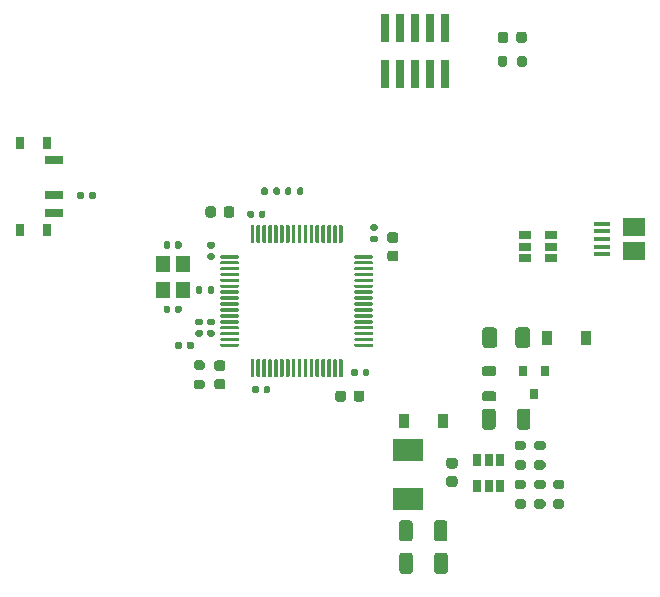
<source format=gbr>
%TF.GenerationSoftware,KiCad,Pcbnew,(5.1.8)-1*%
%TF.CreationDate,2021-01-09T13:57:28-05:00*%
%TF.ProjectId,STM32+USB+BUCK,53544d33-322b-4555-9342-2b4255434b2e,rev?*%
%TF.SameCoordinates,Original*%
%TF.FileFunction,Paste,Top*%
%TF.FilePolarity,Positive*%
%FSLAX46Y46*%
G04 Gerber Fmt 4.6, Leading zero omitted, Abs format (unit mm)*
G04 Created by KiCad (PCBNEW (5.1.8)-1) date 2021-01-09 13:57:28*
%MOMM*%
%LPD*%
G01*
G04 APERTURE LIST*
%ADD10R,1.900000X1.500000*%
%ADD11R,1.350000X0.400000*%
%ADD12R,0.900000X1.200000*%
%ADD13R,0.740000X2.400000*%
%ADD14R,2.500000X1.900000*%
%ADD15R,0.800000X0.900000*%
%ADD16R,1.500000X0.700000*%
%ADD17R,0.800000X1.000000*%
%ADD18R,0.650000X1.060000*%
%ADD19R,1.060000X0.650000*%
%ADD20R,1.200000X1.400000*%
G04 APERTURE END LIST*
D10*
%TO.C,J1*%
X162737500Y-96500000D03*
D11*
X160037500Y-95500000D03*
X160037500Y-94850000D03*
X160037500Y-94200000D03*
X160037500Y-96800000D03*
X160037500Y-96150000D03*
D10*
X162737500Y-94500000D03*
%TD*%
%TO.C,C12*%
G36*
G01*
X126120000Y-102800000D02*
X125780000Y-102800000D01*
G75*
G02*
X125640000Y-102660000I0J140000D01*
G01*
X125640000Y-102380000D01*
G75*
G02*
X125780000Y-102240000I140000J0D01*
G01*
X126120000Y-102240000D01*
G75*
G02*
X126260000Y-102380000I0J-140000D01*
G01*
X126260000Y-102660000D01*
G75*
G02*
X126120000Y-102800000I-140000J0D01*
G01*
G37*
G36*
G01*
X126120000Y-103760000D02*
X125780000Y-103760000D01*
G75*
G02*
X125640000Y-103620000I0J140000D01*
G01*
X125640000Y-103340000D01*
G75*
G02*
X125780000Y-103200000I140000J0D01*
G01*
X126120000Y-103200000D01*
G75*
G02*
X126260000Y-103340000I0J-140000D01*
G01*
X126260000Y-103620000D01*
G75*
G02*
X126120000Y-103760000I-140000J0D01*
G01*
G37*
%TD*%
%TO.C,C1*%
G36*
G01*
X137475000Y-109050000D02*
X137475000Y-108550000D01*
G75*
G02*
X137700000Y-108325000I225000J0D01*
G01*
X138150000Y-108325000D01*
G75*
G02*
X138375000Y-108550000I0J-225000D01*
G01*
X138375000Y-109050000D01*
G75*
G02*
X138150000Y-109275000I-225000J0D01*
G01*
X137700000Y-109275000D01*
G75*
G02*
X137475000Y-109050000I0J225000D01*
G01*
G37*
G36*
G01*
X139025000Y-109050000D02*
X139025000Y-108550000D01*
G75*
G02*
X139250000Y-108325000I225000J0D01*
G01*
X139700000Y-108325000D01*
G75*
G02*
X139925000Y-108550000I0J-225000D01*
G01*
X139925000Y-109050000D01*
G75*
G02*
X139700000Y-109275000I-225000J0D01*
G01*
X139250000Y-109275000D01*
G75*
G02*
X139025000Y-109050000I0J225000D01*
G01*
G37*
%TD*%
%TO.C,C2*%
G36*
G01*
X128925000Y-92950000D02*
X128925000Y-93450000D01*
G75*
G02*
X128700000Y-93675000I-225000J0D01*
G01*
X128250000Y-93675000D01*
G75*
G02*
X128025000Y-93450000I0J225000D01*
G01*
X128025000Y-92950000D01*
G75*
G02*
X128250000Y-92725000I225000J0D01*
G01*
X128700000Y-92725000D01*
G75*
G02*
X128925000Y-92950000I0J-225000D01*
G01*
G37*
G36*
G01*
X127375000Y-92950000D02*
X127375000Y-93450000D01*
G75*
G02*
X127150000Y-93675000I-225000J0D01*
G01*
X126700000Y-93675000D01*
G75*
G02*
X126475000Y-93450000I0J225000D01*
G01*
X126475000Y-92950000D01*
G75*
G02*
X126700000Y-92725000I225000J0D01*
G01*
X127150000Y-92725000D01*
G75*
G02*
X127375000Y-92950000I0J-225000D01*
G01*
G37*
%TD*%
%TO.C,C3*%
G36*
G01*
X142600000Y-95825000D02*
X142100000Y-95825000D01*
G75*
G02*
X141875000Y-95600000I0J225000D01*
G01*
X141875000Y-95150000D01*
G75*
G02*
X142100000Y-94925000I225000J0D01*
G01*
X142600000Y-94925000D01*
G75*
G02*
X142825000Y-95150000I0J-225000D01*
G01*
X142825000Y-95600000D01*
G75*
G02*
X142600000Y-95825000I-225000J0D01*
G01*
G37*
G36*
G01*
X142600000Y-97375000D02*
X142100000Y-97375000D01*
G75*
G02*
X141875000Y-97150000I0J225000D01*
G01*
X141875000Y-96700000D01*
G75*
G02*
X142100000Y-96475000I225000J0D01*
G01*
X142600000Y-96475000D01*
G75*
G02*
X142825000Y-96700000I0J-225000D01*
G01*
X142825000Y-97150000D01*
G75*
G02*
X142600000Y-97375000I-225000J0D01*
G01*
G37*
%TD*%
%TO.C,C4*%
G36*
G01*
X131000000Y-93570000D02*
X131000000Y-93230000D01*
G75*
G02*
X131140000Y-93090000I140000J0D01*
G01*
X131420000Y-93090000D01*
G75*
G02*
X131560000Y-93230000I0J-140000D01*
G01*
X131560000Y-93570000D01*
G75*
G02*
X131420000Y-93710000I-140000J0D01*
G01*
X131140000Y-93710000D01*
G75*
G02*
X131000000Y-93570000I0J140000D01*
G01*
G37*
G36*
G01*
X130040000Y-93570000D02*
X130040000Y-93230000D01*
G75*
G02*
X130180000Y-93090000I140000J0D01*
G01*
X130460000Y-93090000D01*
G75*
G02*
X130600000Y-93230000I0J-140000D01*
G01*
X130600000Y-93570000D01*
G75*
G02*
X130460000Y-93710000I-140000J0D01*
G01*
X130180000Y-93710000D01*
G75*
G02*
X130040000Y-93570000I0J140000D01*
G01*
G37*
%TD*%
%TO.C,C5*%
G36*
G01*
X138840000Y-106970000D02*
X138840000Y-106630000D01*
G75*
G02*
X138980000Y-106490000I140000J0D01*
G01*
X139260000Y-106490000D01*
G75*
G02*
X139400000Y-106630000I0J-140000D01*
G01*
X139400000Y-106970000D01*
G75*
G02*
X139260000Y-107110000I-140000J0D01*
G01*
X138980000Y-107110000D01*
G75*
G02*
X138840000Y-106970000I0J140000D01*
G01*
G37*
G36*
G01*
X139800000Y-106970000D02*
X139800000Y-106630000D01*
G75*
G02*
X139940000Y-106490000I140000J0D01*
G01*
X140220000Y-106490000D01*
G75*
G02*
X140360000Y-106630000I0J-140000D01*
G01*
X140360000Y-106970000D01*
G75*
G02*
X140220000Y-107110000I-140000J0D01*
G01*
X139940000Y-107110000D01*
G75*
G02*
X139800000Y-106970000I0J140000D01*
G01*
G37*
%TD*%
%TO.C,C6*%
G36*
G01*
X140920000Y-94800000D02*
X140580000Y-94800000D01*
G75*
G02*
X140440000Y-94660000I0J140000D01*
G01*
X140440000Y-94380000D01*
G75*
G02*
X140580000Y-94240000I140000J0D01*
G01*
X140920000Y-94240000D01*
G75*
G02*
X141060000Y-94380000I0J-140000D01*
G01*
X141060000Y-94660000D01*
G75*
G02*
X140920000Y-94800000I-140000J0D01*
G01*
G37*
G36*
G01*
X140920000Y-95760000D02*
X140580000Y-95760000D01*
G75*
G02*
X140440000Y-95620000I0J140000D01*
G01*
X140440000Y-95340000D01*
G75*
G02*
X140580000Y-95200000I140000J0D01*
G01*
X140920000Y-95200000D01*
G75*
G02*
X141060000Y-95340000I0J-140000D01*
G01*
X141060000Y-95620000D01*
G75*
G02*
X140920000Y-95760000I-140000J0D01*
G01*
G37*
%TD*%
%TO.C,C7*%
G36*
G01*
X152850000Y-111400001D02*
X152850000Y-110099999D01*
G75*
G02*
X153099999Y-109850000I249999J0D01*
G01*
X153750001Y-109850000D01*
G75*
G02*
X154000000Y-110099999I0J-249999D01*
G01*
X154000000Y-111400001D01*
G75*
G02*
X153750001Y-111650000I-249999J0D01*
G01*
X153099999Y-111650000D01*
G75*
G02*
X152850000Y-111400001I0J249999D01*
G01*
G37*
G36*
G01*
X149900000Y-111400001D02*
X149900000Y-110099999D01*
G75*
G02*
X150149999Y-109850000I249999J0D01*
G01*
X150800001Y-109850000D01*
G75*
G02*
X151050000Y-110099999I0J-249999D01*
G01*
X151050000Y-111400001D01*
G75*
G02*
X150800001Y-111650000I-249999J0D01*
G01*
X150149999Y-111650000D01*
G75*
G02*
X149900000Y-111400001I0J249999D01*
G01*
G37*
%TD*%
%TO.C,C8*%
G36*
G01*
X127120000Y-97260000D02*
X126780000Y-97260000D01*
G75*
G02*
X126640000Y-97120000I0J140000D01*
G01*
X126640000Y-96840000D01*
G75*
G02*
X126780000Y-96700000I140000J0D01*
G01*
X127120000Y-96700000D01*
G75*
G02*
X127260000Y-96840000I0J-140000D01*
G01*
X127260000Y-97120000D01*
G75*
G02*
X127120000Y-97260000I-140000J0D01*
G01*
G37*
G36*
G01*
X127120000Y-96300000D02*
X126780000Y-96300000D01*
G75*
G02*
X126640000Y-96160000I0J140000D01*
G01*
X126640000Y-95880000D01*
G75*
G02*
X126780000Y-95740000I140000J0D01*
G01*
X127120000Y-95740000D01*
G75*
G02*
X127260000Y-95880000I0J-140000D01*
G01*
X127260000Y-96160000D01*
G75*
G02*
X127120000Y-96300000I-140000J0D01*
G01*
G37*
%TD*%
%TO.C,C9*%
G36*
G01*
X131000000Y-108080000D02*
X131000000Y-108420000D01*
G75*
G02*
X130860000Y-108560000I-140000J0D01*
G01*
X130580000Y-108560000D01*
G75*
G02*
X130440000Y-108420000I0J140000D01*
G01*
X130440000Y-108080000D01*
G75*
G02*
X130580000Y-107940000I140000J0D01*
G01*
X130860000Y-107940000D01*
G75*
G02*
X131000000Y-108080000I0J-140000D01*
G01*
G37*
G36*
G01*
X131960000Y-108080000D02*
X131960000Y-108420000D01*
G75*
G02*
X131820000Y-108560000I-140000J0D01*
G01*
X131540000Y-108560000D01*
G75*
G02*
X131400000Y-108420000I0J140000D01*
G01*
X131400000Y-108080000D01*
G75*
G02*
X131540000Y-107940000I140000J0D01*
G01*
X131820000Y-107940000D01*
G75*
G02*
X131960000Y-108080000I0J-140000D01*
G01*
G37*
%TD*%
%TO.C,C10*%
G36*
G01*
X123900000Y-96170000D02*
X123900000Y-95830000D01*
G75*
G02*
X124040000Y-95690000I140000J0D01*
G01*
X124320000Y-95690000D01*
G75*
G02*
X124460000Y-95830000I0J-140000D01*
G01*
X124460000Y-96170000D01*
G75*
G02*
X124320000Y-96310000I-140000J0D01*
G01*
X124040000Y-96310000D01*
G75*
G02*
X123900000Y-96170000I0J140000D01*
G01*
G37*
G36*
G01*
X122940000Y-96170000D02*
X122940000Y-95830000D01*
G75*
G02*
X123080000Y-95690000I140000J0D01*
G01*
X123360000Y-95690000D01*
G75*
G02*
X123500000Y-95830000I0J-140000D01*
G01*
X123500000Y-96170000D01*
G75*
G02*
X123360000Y-96310000I-140000J0D01*
G01*
X123080000Y-96310000D01*
G75*
G02*
X122940000Y-96170000I0J140000D01*
G01*
G37*
%TD*%
%TO.C,C11*%
G36*
G01*
X127120000Y-103760000D02*
X126780000Y-103760000D01*
G75*
G02*
X126640000Y-103620000I0J140000D01*
G01*
X126640000Y-103340000D01*
G75*
G02*
X126780000Y-103200000I140000J0D01*
G01*
X127120000Y-103200000D01*
G75*
G02*
X127260000Y-103340000I0J-140000D01*
G01*
X127260000Y-103620000D01*
G75*
G02*
X127120000Y-103760000I-140000J0D01*
G01*
G37*
G36*
G01*
X127120000Y-102800000D02*
X126780000Y-102800000D01*
G75*
G02*
X126640000Y-102660000I0J140000D01*
G01*
X126640000Y-102380000D01*
G75*
G02*
X126780000Y-102240000I140000J0D01*
G01*
X127120000Y-102240000D01*
G75*
G02*
X127260000Y-102380000I0J-140000D01*
G01*
X127260000Y-102660000D01*
G75*
G02*
X127120000Y-102800000I-140000J0D01*
G01*
G37*
%TD*%
%TO.C,C13*%
G36*
G01*
X124460000Y-101280000D02*
X124460000Y-101620000D01*
G75*
G02*
X124320000Y-101760000I-140000J0D01*
G01*
X124040000Y-101760000D01*
G75*
G02*
X123900000Y-101620000I0J140000D01*
G01*
X123900000Y-101280000D01*
G75*
G02*
X124040000Y-101140000I140000J0D01*
G01*
X124320000Y-101140000D01*
G75*
G02*
X124460000Y-101280000I0J-140000D01*
G01*
G37*
G36*
G01*
X123500000Y-101280000D02*
X123500000Y-101620000D01*
G75*
G02*
X123360000Y-101760000I-140000J0D01*
G01*
X123080000Y-101760000D01*
G75*
G02*
X122940000Y-101620000I0J140000D01*
G01*
X122940000Y-101280000D01*
G75*
G02*
X123080000Y-101140000I140000J0D01*
G01*
X123360000Y-101140000D01*
G75*
G02*
X123500000Y-101280000I0J-140000D01*
G01*
G37*
%TD*%
%TO.C,C14*%
G36*
G01*
X142875000Y-120850001D02*
X142875000Y-119549999D01*
G75*
G02*
X143124999Y-119300000I249999J0D01*
G01*
X143775001Y-119300000D01*
G75*
G02*
X144025000Y-119549999I0J-249999D01*
G01*
X144025000Y-120850001D01*
G75*
G02*
X143775001Y-121100000I-249999J0D01*
G01*
X143124999Y-121100000D01*
G75*
G02*
X142875000Y-120850001I0J249999D01*
G01*
G37*
G36*
G01*
X145825000Y-120850001D02*
X145825000Y-119549999D01*
G75*
G02*
X146074999Y-119300000I249999J0D01*
G01*
X146725001Y-119300000D01*
G75*
G02*
X146975000Y-119549999I0J-249999D01*
G01*
X146975000Y-120850001D01*
G75*
G02*
X146725001Y-121100000I-249999J0D01*
G01*
X146074999Y-121100000D01*
G75*
G02*
X145825000Y-120850001I0J249999D01*
G01*
G37*
%TD*%
%TO.C,C15*%
G36*
G01*
X142900000Y-123600001D02*
X142900000Y-122299999D01*
G75*
G02*
X143149999Y-122050000I249999J0D01*
G01*
X143800001Y-122050000D01*
G75*
G02*
X144050000Y-122299999I0J-249999D01*
G01*
X144050000Y-123600001D01*
G75*
G02*
X143800001Y-123850000I-249999J0D01*
G01*
X143149999Y-123850000D01*
G75*
G02*
X142900000Y-123600001I0J249999D01*
G01*
G37*
G36*
G01*
X145850000Y-123600001D02*
X145850000Y-122299999D01*
G75*
G02*
X146099999Y-122050000I249999J0D01*
G01*
X146750001Y-122050000D01*
G75*
G02*
X147000000Y-122299999I0J-249999D01*
G01*
X147000000Y-123600001D01*
G75*
G02*
X146750001Y-123850000I-249999J0D01*
G01*
X146099999Y-123850000D01*
G75*
G02*
X145850000Y-123600001I0J249999D01*
G01*
G37*
%TD*%
%TO.C,C16*%
G36*
G01*
X147100000Y-115575000D02*
X147600000Y-115575000D01*
G75*
G02*
X147825000Y-115800000I0J-225000D01*
G01*
X147825000Y-116250000D01*
G75*
G02*
X147600000Y-116475000I-225000J0D01*
G01*
X147100000Y-116475000D01*
G75*
G02*
X146875000Y-116250000I0J225000D01*
G01*
X146875000Y-115800000D01*
G75*
G02*
X147100000Y-115575000I225000J0D01*
G01*
G37*
G36*
G01*
X147100000Y-114025000D02*
X147600000Y-114025000D01*
G75*
G02*
X147825000Y-114250000I0J-225000D01*
G01*
X147825000Y-114700000D01*
G75*
G02*
X147600000Y-114925000I-225000J0D01*
G01*
X147100000Y-114925000D01*
G75*
G02*
X146875000Y-114700000I0J225000D01*
G01*
X146875000Y-114250000D01*
G75*
G02*
X147100000Y-114025000I225000J0D01*
G01*
G37*
%TD*%
%TO.C,D1*%
G36*
G01*
X127956250Y-108225000D02*
X127443750Y-108225000D01*
G75*
G02*
X127225000Y-108006250I0J218750D01*
G01*
X127225000Y-107568750D01*
G75*
G02*
X127443750Y-107350000I218750J0D01*
G01*
X127956250Y-107350000D01*
G75*
G02*
X128175000Y-107568750I0J-218750D01*
G01*
X128175000Y-108006250D01*
G75*
G02*
X127956250Y-108225000I-218750J0D01*
G01*
G37*
G36*
G01*
X127956250Y-106650000D02*
X127443750Y-106650000D01*
G75*
G02*
X127225000Y-106431250I0J218750D01*
G01*
X127225000Y-105993750D01*
G75*
G02*
X127443750Y-105775000I218750J0D01*
G01*
X127956250Y-105775000D01*
G75*
G02*
X128175000Y-105993750I0J-218750D01*
G01*
X128175000Y-106431250D01*
G75*
G02*
X127956250Y-106650000I-218750J0D01*
G01*
G37*
%TD*%
D12*
%TO.C,D2*%
X155400000Y-103850000D03*
X158700000Y-103850000D03*
%TD*%
%TO.C,D3*%
X146600000Y-110900000D03*
X143300000Y-110900000D03*
%TD*%
%TO.C,D4*%
G36*
G01*
X152110000Y-78163750D02*
X152110000Y-78676250D01*
G75*
G02*
X151891250Y-78895000I-218750J0D01*
G01*
X151453750Y-78895000D01*
G75*
G02*
X151235000Y-78676250I0J218750D01*
G01*
X151235000Y-78163750D01*
G75*
G02*
X151453750Y-77945000I218750J0D01*
G01*
X151891250Y-77945000D01*
G75*
G02*
X152110000Y-78163750I0J-218750D01*
G01*
G37*
G36*
G01*
X153685000Y-78163750D02*
X153685000Y-78676250D01*
G75*
G02*
X153466250Y-78895000I-218750J0D01*
G01*
X153028750Y-78895000D01*
G75*
G02*
X152810000Y-78676250I0J218750D01*
G01*
X152810000Y-78163750D01*
G75*
G02*
X153028750Y-77945000I218750J0D01*
G01*
X153466250Y-77945000D01*
G75*
G02*
X153685000Y-78163750I0J-218750D01*
G01*
G37*
%TD*%
%TO.C,F1*%
G36*
G01*
X149925000Y-104475000D02*
X149925000Y-103225000D01*
G75*
G02*
X150175000Y-102975000I250000J0D01*
G01*
X150925000Y-102975000D01*
G75*
G02*
X151175000Y-103225000I0J-250000D01*
G01*
X151175000Y-104475000D01*
G75*
G02*
X150925000Y-104725000I-250000J0D01*
G01*
X150175000Y-104725000D01*
G75*
G02*
X149925000Y-104475000I0J250000D01*
G01*
G37*
G36*
G01*
X152725000Y-104475000D02*
X152725000Y-103225000D01*
G75*
G02*
X152975000Y-102975000I250000J0D01*
G01*
X153725000Y-102975000D01*
G75*
G02*
X153975000Y-103225000I0J-250000D01*
G01*
X153975000Y-104475000D01*
G75*
G02*
X153725000Y-104725000I-250000J0D01*
G01*
X152975000Y-104725000D01*
G75*
G02*
X152725000Y-104475000I0J250000D01*
G01*
G37*
%TD*%
%TO.C,FB1*%
G36*
G01*
X150881250Y-109250000D02*
X150118750Y-109250000D01*
G75*
G02*
X149900000Y-109031250I0J218750D01*
G01*
X149900000Y-108593750D01*
G75*
G02*
X150118750Y-108375000I218750J0D01*
G01*
X150881250Y-108375000D01*
G75*
G02*
X151100000Y-108593750I0J-218750D01*
G01*
X151100000Y-109031250D01*
G75*
G02*
X150881250Y-109250000I-218750J0D01*
G01*
G37*
G36*
G01*
X150881250Y-107125000D02*
X150118750Y-107125000D01*
G75*
G02*
X149900000Y-106906250I0J218750D01*
G01*
X149900000Y-106468750D01*
G75*
G02*
X150118750Y-106250000I218750J0D01*
G01*
X150881250Y-106250000D01*
G75*
G02*
X151100000Y-106468750I0J-218750D01*
G01*
X151100000Y-106906250D01*
G75*
G02*
X150881250Y-107125000I-218750J0D01*
G01*
G37*
%TD*%
D13*
%TO.C,J4*%
X141660000Y-81550000D03*
X141660000Y-77650000D03*
X142930000Y-81550000D03*
X142930000Y-77650000D03*
X144200000Y-81550000D03*
X144200000Y-77650000D03*
X145470000Y-81550000D03*
X145470000Y-77650000D03*
X146740000Y-81550000D03*
X146740000Y-77650000D03*
%TD*%
%TO.C,L1*%
G36*
G01*
X123920000Y-104672500D02*
X123920000Y-104327500D01*
G75*
G02*
X124067500Y-104180000I147500J0D01*
G01*
X124362500Y-104180000D01*
G75*
G02*
X124510000Y-104327500I0J-147500D01*
G01*
X124510000Y-104672500D01*
G75*
G02*
X124362500Y-104820000I-147500J0D01*
G01*
X124067500Y-104820000D01*
G75*
G02*
X123920000Y-104672500I0J147500D01*
G01*
G37*
G36*
G01*
X124890000Y-104672500D02*
X124890000Y-104327500D01*
G75*
G02*
X125037500Y-104180000I147500J0D01*
G01*
X125332500Y-104180000D01*
G75*
G02*
X125480000Y-104327500I0J-147500D01*
G01*
X125480000Y-104672500D01*
G75*
G02*
X125332500Y-104820000I-147500J0D01*
G01*
X125037500Y-104820000D01*
G75*
G02*
X124890000Y-104672500I0J147500D01*
G01*
G37*
%TD*%
D14*
%TO.C,L2*%
X143600000Y-113400000D03*
X143600000Y-117500000D03*
%TD*%
D15*
%TO.C,Q1*%
X155250000Y-106650000D03*
X153350000Y-106650000D03*
X154300000Y-108650000D03*
%TD*%
%TO.C,R1*%
G36*
G01*
X126225000Y-108225000D02*
X125675000Y-108225000D01*
G75*
G02*
X125475000Y-108025000I0J200000D01*
G01*
X125475000Y-107625000D01*
G75*
G02*
X125675000Y-107425000I200000J0D01*
G01*
X126225000Y-107425000D01*
G75*
G02*
X126425000Y-107625000I0J-200000D01*
G01*
X126425000Y-108025000D01*
G75*
G02*
X126225000Y-108225000I-200000J0D01*
G01*
G37*
G36*
G01*
X126225000Y-106575000D02*
X125675000Y-106575000D01*
G75*
G02*
X125475000Y-106375000I0J200000D01*
G01*
X125475000Y-105975000D01*
G75*
G02*
X125675000Y-105775000I200000J0D01*
G01*
X126225000Y-105775000D01*
G75*
G02*
X126425000Y-105975000I0J-200000D01*
G01*
X126425000Y-106375000D01*
G75*
G02*
X126225000Y-106575000I-200000J0D01*
G01*
G37*
%TD*%
%TO.C,R2*%
G36*
G01*
X152875000Y-114225000D02*
X153425000Y-114225000D01*
G75*
G02*
X153625000Y-114425000I0J-200000D01*
G01*
X153625000Y-114825000D01*
G75*
G02*
X153425000Y-115025000I-200000J0D01*
G01*
X152875000Y-115025000D01*
G75*
G02*
X152675000Y-114825000I0J200000D01*
G01*
X152675000Y-114425000D01*
G75*
G02*
X152875000Y-114225000I200000J0D01*
G01*
G37*
G36*
G01*
X152875000Y-112575000D02*
X153425000Y-112575000D01*
G75*
G02*
X153625000Y-112775000I0J-200000D01*
G01*
X153625000Y-113175000D01*
G75*
G02*
X153425000Y-113375000I-200000J0D01*
G01*
X152875000Y-113375000D01*
G75*
G02*
X152675000Y-113175000I0J200000D01*
G01*
X152675000Y-112775000D01*
G75*
G02*
X152875000Y-112575000I200000J0D01*
G01*
G37*
%TD*%
%TO.C,R3*%
G36*
G01*
X155075000Y-115025000D02*
X154525000Y-115025000D01*
G75*
G02*
X154325000Y-114825000I0J200000D01*
G01*
X154325000Y-114425000D01*
G75*
G02*
X154525000Y-114225000I200000J0D01*
G01*
X155075000Y-114225000D01*
G75*
G02*
X155275000Y-114425000I0J-200000D01*
G01*
X155275000Y-114825000D01*
G75*
G02*
X155075000Y-115025000I-200000J0D01*
G01*
G37*
G36*
G01*
X155075000Y-113375000D02*
X154525000Y-113375000D01*
G75*
G02*
X154325000Y-113175000I0J200000D01*
G01*
X154325000Y-112775000D01*
G75*
G02*
X154525000Y-112575000I200000J0D01*
G01*
X155075000Y-112575000D01*
G75*
G02*
X155275000Y-112775000I0J-200000D01*
G01*
X155275000Y-113175000D01*
G75*
G02*
X155075000Y-113375000I-200000J0D01*
G01*
G37*
%TD*%
%TO.C,R4*%
G36*
G01*
X115620000Y-91985000D02*
X115620000Y-91615000D01*
G75*
G02*
X115755000Y-91480000I135000J0D01*
G01*
X116025000Y-91480000D01*
G75*
G02*
X116160000Y-91615000I0J-135000D01*
G01*
X116160000Y-91985000D01*
G75*
G02*
X116025000Y-92120000I-135000J0D01*
G01*
X115755000Y-92120000D01*
G75*
G02*
X115620000Y-91985000I0J135000D01*
G01*
G37*
G36*
G01*
X116640000Y-91985000D02*
X116640000Y-91615000D01*
G75*
G02*
X116775000Y-91480000I135000J0D01*
G01*
X117045000Y-91480000D01*
G75*
G02*
X117180000Y-91615000I0J-135000D01*
G01*
X117180000Y-91985000D01*
G75*
G02*
X117045000Y-92120000I-135000J0D01*
G01*
X116775000Y-92120000D01*
G75*
G02*
X116640000Y-91985000I0J135000D01*
G01*
G37*
%TD*%
%TO.C,R5*%
G36*
G01*
X134780000Y-91265000D02*
X134780000Y-91635000D01*
G75*
G02*
X134645000Y-91770000I-135000J0D01*
G01*
X134375000Y-91770000D01*
G75*
G02*
X134240000Y-91635000I0J135000D01*
G01*
X134240000Y-91265000D01*
G75*
G02*
X134375000Y-91130000I135000J0D01*
G01*
X134645000Y-91130000D01*
G75*
G02*
X134780000Y-91265000I0J-135000D01*
G01*
G37*
G36*
G01*
X133760000Y-91265000D02*
X133760000Y-91635000D01*
G75*
G02*
X133625000Y-91770000I-135000J0D01*
G01*
X133355000Y-91770000D01*
G75*
G02*
X133220000Y-91635000I0J135000D01*
G01*
X133220000Y-91265000D01*
G75*
G02*
X133355000Y-91130000I135000J0D01*
G01*
X133625000Y-91130000D01*
G75*
G02*
X133760000Y-91265000I0J-135000D01*
G01*
G37*
%TD*%
%TO.C,R6*%
G36*
G01*
X126210000Y-99637000D02*
X126210000Y-100007000D01*
G75*
G02*
X126075000Y-100142000I-135000J0D01*
G01*
X125805000Y-100142000D01*
G75*
G02*
X125670000Y-100007000I0J135000D01*
G01*
X125670000Y-99637000D01*
G75*
G02*
X125805000Y-99502000I135000J0D01*
G01*
X126075000Y-99502000D01*
G75*
G02*
X126210000Y-99637000I0J-135000D01*
G01*
G37*
G36*
G01*
X127230000Y-99637000D02*
X127230000Y-100007000D01*
G75*
G02*
X127095000Y-100142000I-135000J0D01*
G01*
X126825000Y-100142000D01*
G75*
G02*
X126690000Y-100007000I0J135000D01*
G01*
X126690000Y-99637000D01*
G75*
G02*
X126825000Y-99502000I135000J0D01*
G01*
X127095000Y-99502000D01*
G75*
G02*
X127230000Y-99637000I0J-135000D01*
G01*
G37*
%TD*%
%TO.C,R7*%
G36*
G01*
X132240000Y-91635000D02*
X132240000Y-91265000D01*
G75*
G02*
X132375000Y-91130000I135000J0D01*
G01*
X132645000Y-91130000D01*
G75*
G02*
X132780000Y-91265000I0J-135000D01*
G01*
X132780000Y-91635000D01*
G75*
G02*
X132645000Y-91770000I-135000J0D01*
G01*
X132375000Y-91770000D01*
G75*
G02*
X132240000Y-91635000I0J135000D01*
G01*
G37*
G36*
G01*
X131220000Y-91635000D02*
X131220000Y-91265000D01*
G75*
G02*
X131355000Y-91130000I135000J0D01*
G01*
X131625000Y-91130000D01*
G75*
G02*
X131760000Y-91265000I0J-135000D01*
G01*
X131760000Y-91635000D01*
G75*
G02*
X131625000Y-91770000I-135000J0D01*
G01*
X131355000Y-91770000D01*
G75*
G02*
X131220000Y-91635000I0J135000D01*
G01*
G37*
%TD*%
%TO.C,R8*%
G36*
G01*
X153425000Y-116675000D02*
X152875000Y-116675000D01*
G75*
G02*
X152675000Y-116475000I0J200000D01*
G01*
X152675000Y-116075000D01*
G75*
G02*
X152875000Y-115875000I200000J0D01*
G01*
X153425000Y-115875000D01*
G75*
G02*
X153625000Y-116075000I0J-200000D01*
G01*
X153625000Y-116475000D01*
G75*
G02*
X153425000Y-116675000I-200000J0D01*
G01*
G37*
G36*
G01*
X153425000Y-118325000D02*
X152875000Y-118325000D01*
G75*
G02*
X152675000Y-118125000I0J200000D01*
G01*
X152675000Y-117725000D01*
G75*
G02*
X152875000Y-117525000I200000J0D01*
G01*
X153425000Y-117525000D01*
G75*
G02*
X153625000Y-117725000I0J-200000D01*
G01*
X153625000Y-118125000D01*
G75*
G02*
X153425000Y-118325000I-200000J0D01*
G01*
G37*
%TD*%
%TO.C,R9*%
G36*
G01*
X154525000Y-115875000D02*
X155075000Y-115875000D01*
G75*
G02*
X155275000Y-116075000I0J-200000D01*
G01*
X155275000Y-116475000D01*
G75*
G02*
X155075000Y-116675000I-200000J0D01*
G01*
X154525000Y-116675000D01*
G75*
G02*
X154325000Y-116475000I0J200000D01*
G01*
X154325000Y-116075000D01*
G75*
G02*
X154525000Y-115875000I200000J0D01*
G01*
G37*
G36*
G01*
X154525000Y-117525000D02*
X155075000Y-117525000D01*
G75*
G02*
X155275000Y-117725000I0J-200000D01*
G01*
X155275000Y-118125000D01*
G75*
G02*
X155075000Y-118325000I-200000J0D01*
G01*
X154525000Y-118325000D01*
G75*
G02*
X154325000Y-118125000I0J200000D01*
G01*
X154325000Y-117725000D01*
G75*
G02*
X154525000Y-117525000I200000J0D01*
G01*
G37*
%TD*%
%TO.C,R10*%
G36*
G01*
X156675000Y-116675000D02*
X156125000Y-116675000D01*
G75*
G02*
X155925000Y-116475000I0J200000D01*
G01*
X155925000Y-116075000D01*
G75*
G02*
X156125000Y-115875000I200000J0D01*
G01*
X156675000Y-115875000D01*
G75*
G02*
X156875000Y-116075000I0J-200000D01*
G01*
X156875000Y-116475000D01*
G75*
G02*
X156675000Y-116675000I-200000J0D01*
G01*
G37*
G36*
G01*
X156675000Y-118325000D02*
X156125000Y-118325000D01*
G75*
G02*
X155925000Y-118125000I0J200000D01*
G01*
X155925000Y-117725000D01*
G75*
G02*
X156125000Y-117525000I200000J0D01*
G01*
X156675000Y-117525000D01*
G75*
G02*
X156875000Y-117725000I0J-200000D01*
G01*
X156875000Y-118125000D01*
G75*
G02*
X156675000Y-118325000I-200000J0D01*
G01*
G37*
%TD*%
%TO.C,R11*%
G36*
G01*
X153685000Y-80185000D02*
X153685000Y-80735000D01*
G75*
G02*
X153485000Y-80935000I-200000J0D01*
G01*
X153085000Y-80935000D01*
G75*
G02*
X152885000Y-80735000I0J200000D01*
G01*
X152885000Y-80185000D01*
G75*
G02*
X153085000Y-79985000I200000J0D01*
G01*
X153485000Y-79985000D01*
G75*
G02*
X153685000Y-80185000I0J-200000D01*
G01*
G37*
G36*
G01*
X152035000Y-80185000D02*
X152035000Y-80735000D01*
G75*
G02*
X151835000Y-80935000I-200000J0D01*
G01*
X151435000Y-80935000D01*
G75*
G02*
X151235000Y-80735000I0J200000D01*
G01*
X151235000Y-80185000D01*
G75*
G02*
X151435000Y-79985000I200000J0D01*
G01*
X151835000Y-79985000D01*
G75*
G02*
X152035000Y-80185000I0J-200000D01*
G01*
G37*
%TD*%
D16*
%TO.C,SW1*%
X113680000Y-88800000D03*
X113680000Y-91800000D03*
X113680000Y-93300000D03*
D17*
X110820000Y-87400000D03*
X110820000Y-94700000D03*
X113030000Y-94700000D03*
X113030000Y-87400000D03*
%TD*%
%TO.C,U1*%
G36*
G01*
X127750000Y-97075000D02*
X127750000Y-96925000D01*
G75*
G02*
X127825000Y-96850000I75000J0D01*
G01*
X129225000Y-96850000D01*
G75*
G02*
X129300000Y-96925000I0J-75000D01*
G01*
X129300000Y-97075000D01*
G75*
G02*
X129225000Y-97150000I-75000J0D01*
G01*
X127825000Y-97150000D01*
G75*
G02*
X127750000Y-97075000I0J75000D01*
G01*
G37*
G36*
G01*
X127750000Y-97575000D02*
X127750000Y-97425000D01*
G75*
G02*
X127825000Y-97350000I75000J0D01*
G01*
X129225000Y-97350000D01*
G75*
G02*
X129300000Y-97425000I0J-75000D01*
G01*
X129300000Y-97575000D01*
G75*
G02*
X129225000Y-97650000I-75000J0D01*
G01*
X127825000Y-97650000D01*
G75*
G02*
X127750000Y-97575000I0J75000D01*
G01*
G37*
G36*
G01*
X127750000Y-98075000D02*
X127750000Y-97925000D01*
G75*
G02*
X127825000Y-97850000I75000J0D01*
G01*
X129225000Y-97850000D01*
G75*
G02*
X129300000Y-97925000I0J-75000D01*
G01*
X129300000Y-98075000D01*
G75*
G02*
X129225000Y-98150000I-75000J0D01*
G01*
X127825000Y-98150000D01*
G75*
G02*
X127750000Y-98075000I0J75000D01*
G01*
G37*
G36*
G01*
X127750000Y-98575000D02*
X127750000Y-98425000D01*
G75*
G02*
X127825000Y-98350000I75000J0D01*
G01*
X129225000Y-98350000D01*
G75*
G02*
X129300000Y-98425000I0J-75000D01*
G01*
X129300000Y-98575000D01*
G75*
G02*
X129225000Y-98650000I-75000J0D01*
G01*
X127825000Y-98650000D01*
G75*
G02*
X127750000Y-98575000I0J75000D01*
G01*
G37*
G36*
G01*
X127750000Y-99075000D02*
X127750000Y-98925000D01*
G75*
G02*
X127825000Y-98850000I75000J0D01*
G01*
X129225000Y-98850000D01*
G75*
G02*
X129300000Y-98925000I0J-75000D01*
G01*
X129300000Y-99075000D01*
G75*
G02*
X129225000Y-99150000I-75000J0D01*
G01*
X127825000Y-99150000D01*
G75*
G02*
X127750000Y-99075000I0J75000D01*
G01*
G37*
G36*
G01*
X127750000Y-99575000D02*
X127750000Y-99425000D01*
G75*
G02*
X127825000Y-99350000I75000J0D01*
G01*
X129225000Y-99350000D01*
G75*
G02*
X129300000Y-99425000I0J-75000D01*
G01*
X129300000Y-99575000D01*
G75*
G02*
X129225000Y-99650000I-75000J0D01*
G01*
X127825000Y-99650000D01*
G75*
G02*
X127750000Y-99575000I0J75000D01*
G01*
G37*
G36*
G01*
X127750000Y-100075000D02*
X127750000Y-99925000D01*
G75*
G02*
X127825000Y-99850000I75000J0D01*
G01*
X129225000Y-99850000D01*
G75*
G02*
X129300000Y-99925000I0J-75000D01*
G01*
X129300000Y-100075000D01*
G75*
G02*
X129225000Y-100150000I-75000J0D01*
G01*
X127825000Y-100150000D01*
G75*
G02*
X127750000Y-100075000I0J75000D01*
G01*
G37*
G36*
G01*
X127750000Y-100575000D02*
X127750000Y-100425000D01*
G75*
G02*
X127825000Y-100350000I75000J0D01*
G01*
X129225000Y-100350000D01*
G75*
G02*
X129300000Y-100425000I0J-75000D01*
G01*
X129300000Y-100575000D01*
G75*
G02*
X129225000Y-100650000I-75000J0D01*
G01*
X127825000Y-100650000D01*
G75*
G02*
X127750000Y-100575000I0J75000D01*
G01*
G37*
G36*
G01*
X127750000Y-101075000D02*
X127750000Y-100925000D01*
G75*
G02*
X127825000Y-100850000I75000J0D01*
G01*
X129225000Y-100850000D01*
G75*
G02*
X129300000Y-100925000I0J-75000D01*
G01*
X129300000Y-101075000D01*
G75*
G02*
X129225000Y-101150000I-75000J0D01*
G01*
X127825000Y-101150000D01*
G75*
G02*
X127750000Y-101075000I0J75000D01*
G01*
G37*
G36*
G01*
X127750000Y-101575000D02*
X127750000Y-101425000D01*
G75*
G02*
X127825000Y-101350000I75000J0D01*
G01*
X129225000Y-101350000D01*
G75*
G02*
X129300000Y-101425000I0J-75000D01*
G01*
X129300000Y-101575000D01*
G75*
G02*
X129225000Y-101650000I-75000J0D01*
G01*
X127825000Y-101650000D01*
G75*
G02*
X127750000Y-101575000I0J75000D01*
G01*
G37*
G36*
G01*
X127750000Y-102075000D02*
X127750000Y-101925000D01*
G75*
G02*
X127825000Y-101850000I75000J0D01*
G01*
X129225000Y-101850000D01*
G75*
G02*
X129300000Y-101925000I0J-75000D01*
G01*
X129300000Y-102075000D01*
G75*
G02*
X129225000Y-102150000I-75000J0D01*
G01*
X127825000Y-102150000D01*
G75*
G02*
X127750000Y-102075000I0J75000D01*
G01*
G37*
G36*
G01*
X127750000Y-102575000D02*
X127750000Y-102425000D01*
G75*
G02*
X127825000Y-102350000I75000J0D01*
G01*
X129225000Y-102350000D01*
G75*
G02*
X129300000Y-102425000I0J-75000D01*
G01*
X129300000Y-102575000D01*
G75*
G02*
X129225000Y-102650000I-75000J0D01*
G01*
X127825000Y-102650000D01*
G75*
G02*
X127750000Y-102575000I0J75000D01*
G01*
G37*
G36*
G01*
X127750000Y-103075000D02*
X127750000Y-102925000D01*
G75*
G02*
X127825000Y-102850000I75000J0D01*
G01*
X129225000Y-102850000D01*
G75*
G02*
X129300000Y-102925000I0J-75000D01*
G01*
X129300000Y-103075000D01*
G75*
G02*
X129225000Y-103150000I-75000J0D01*
G01*
X127825000Y-103150000D01*
G75*
G02*
X127750000Y-103075000I0J75000D01*
G01*
G37*
G36*
G01*
X127750000Y-103575000D02*
X127750000Y-103425000D01*
G75*
G02*
X127825000Y-103350000I75000J0D01*
G01*
X129225000Y-103350000D01*
G75*
G02*
X129300000Y-103425000I0J-75000D01*
G01*
X129300000Y-103575000D01*
G75*
G02*
X129225000Y-103650000I-75000J0D01*
G01*
X127825000Y-103650000D01*
G75*
G02*
X127750000Y-103575000I0J75000D01*
G01*
G37*
G36*
G01*
X127750000Y-104075000D02*
X127750000Y-103925000D01*
G75*
G02*
X127825000Y-103850000I75000J0D01*
G01*
X129225000Y-103850000D01*
G75*
G02*
X129300000Y-103925000I0J-75000D01*
G01*
X129300000Y-104075000D01*
G75*
G02*
X129225000Y-104150000I-75000J0D01*
G01*
X127825000Y-104150000D01*
G75*
G02*
X127750000Y-104075000I0J75000D01*
G01*
G37*
G36*
G01*
X127750000Y-104575000D02*
X127750000Y-104425000D01*
G75*
G02*
X127825000Y-104350000I75000J0D01*
G01*
X129225000Y-104350000D01*
G75*
G02*
X129300000Y-104425000I0J-75000D01*
G01*
X129300000Y-104575000D01*
G75*
G02*
X129225000Y-104650000I-75000J0D01*
G01*
X127825000Y-104650000D01*
G75*
G02*
X127750000Y-104575000I0J75000D01*
G01*
G37*
G36*
G01*
X130300000Y-107125000D02*
X130300000Y-105725000D01*
G75*
G02*
X130375000Y-105650000I75000J0D01*
G01*
X130525000Y-105650000D01*
G75*
G02*
X130600000Y-105725000I0J-75000D01*
G01*
X130600000Y-107125000D01*
G75*
G02*
X130525000Y-107200000I-75000J0D01*
G01*
X130375000Y-107200000D01*
G75*
G02*
X130300000Y-107125000I0J75000D01*
G01*
G37*
G36*
G01*
X130800000Y-107125000D02*
X130800000Y-105725000D01*
G75*
G02*
X130875000Y-105650000I75000J0D01*
G01*
X131025000Y-105650000D01*
G75*
G02*
X131100000Y-105725000I0J-75000D01*
G01*
X131100000Y-107125000D01*
G75*
G02*
X131025000Y-107200000I-75000J0D01*
G01*
X130875000Y-107200000D01*
G75*
G02*
X130800000Y-107125000I0J75000D01*
G01*
G37*
G36*
G01*
X131300000Y-107125000D02*
X131300000Y-105725000D01*
G75*
G02*
X131375000Y-105650000I75000J0D01*
G01*
X131525000Y-105650000D01*
G75*
G02*
X131600000Y-105725000I0J-75000D01*
G01*
X131600000Y-107125000D01*
G75*
G02*
X131525000Y-107200000I-75000J0D01*
G01*
X131375000Y-107200000D01*
G75*
G02*
X131300000Y-107125000I0J75000D01*
G01*
G37*
G36*
G01*
X131800000Y-107125000D02*
X131800000Y-105725000D01*
G75*
G02*
X131875000Y-105650000I75000J0D01*
G01*
X132025000Y-105650000D01*
G75*
G02*
X132100000Y-105725000I0J-75000D01*
G01*
X132100000Y-107125000D01*
G75*
G02*
X132025000Y-107200000I-75000J0D01*
G01*
X131875000Y-107200000D01*
G75*
G02*
X131800000Y-107125000I0J75000D01*
G01*
G37*
G36*
G01*
X132300000Y-107125000D02*
X132300000Y-105725000D01*
G75*
G02*
X132375000Y-105650000I75000J0D01*
G01*
X132525000Y-105650000D01*
G75*
G02*
X132600000Y-105725000I0J-75000D01*
G01*
X132600000Y-107125000D01*
G75*
G02*
X132525000Y-107200000I-75000J0D01*
G01*
X132375000Y-107200000D01*
G75*
G02*
X132300000Y-107125000I0J75000D01*
G01*
G37*
G36*
G01*
X132800000Y-107125000D02*
X132800000Y-105725000D01*
G75*
G02*
X132875000Y-105650000I75000J0D01*
G01*
X133025000Y-105650000D01*
G75*
G02*
X133100000Y-105725000I0J-75000D01*
G01*
X133100000Y-107125000D01*
G75*
G02*
X133025000Y-107200000I-75000J0D01*
G01*
X132875000Y-107200000D01*
G75*
G02*
X132800000Y-107125000I0J75000D01*
G01*
G37*
G36*
G01*
X133300000Y-107125000D02*
X133300000Y-105725000D01*
G75*
G02*
X133375000Y-105650000I75000J0D01*
G01*
X133525000Y-105650000D01*
G75*
G02*
X133600000Y-105725000I0J-75000D01*
G01*
X133600000Y-107125000D01*
G75*
G02*
X133525000Y-107200000I-75000J0D01*
G01*
X133375000Y-107200000D01*
G75*
G02*
X133300000Y-107125000I0J75000D01*
G01*
G37*
G36*
G01*
X133800000Y-107125000D02*
X133800000Y-105725000D01*
G75*
G02*
X133875000Y-105650000I75000J0D01*
G01*
X134025000Y-105650000D01*
G75*
G02*
X134100000Y-105725000I0J-75000D01*
G01*
X134100000Y-107125000D01*
G75*
G02*
X134025000Y-107200000I-75000J0D01*
G01*
X133875000Y-107200000D01*
G75*
G02*
X133800000Y-107125000I0J75000D01*
G01*
G37*
G36*
G01*
X134300000Y-107125000D02*
X134300000Y-105725000D01*
G75*
G02*
X134375000Y-105650000I75000J0D01*
G01*
X134525000Y-105650000D01*
G75*
G02*
X134600000Y-105725000I0J-75000D01*
G01*
X134600000Y-107125000D01*
G75*
G02*
X134525000Y-107200000I-75000J0D01*
G01*
X134375000Y-107200000D01*
G75*
G02*
X134300000Y-107125000I0J75000D01*
G01*
G37*
G36*
G01*
X134800000Y-107125000D02*
X134800000Y-105725000D01*
G75*
G02*
X134875000Y-105650000I75000J0D01*
G01*
X135025000Y-105650000D01*
G75*
G02*
X135100000Y-105725000I0J-75000D01*
G01*
X135100000Y-107125000D01*
G75*
G02*
X135025000Y-107200000I-75000J0D01*
G01*
X134875000Y-107200000D01*
G75*
G02*
X134800000Y-107125000I0J75000D01*
G01*
G37*
G36*
G01*
X135300000Y-107125000D02*
X135300000Y-105725000D01*
G75*
G02*
X135375000Y-105650000I75000J0D01*
G01*
X135525000Y-105650000D01*
G75*
G02*
X135600000Y-105725000I0J-75000D01*
G01*
X135600000Y-107125000D01*
G75*
G02*
X135525000Y-107200000I-75000J0D01*
G01*
X135375000Y-107200000D01*
G75*
G02*
X135300000Y-107125000I0J75000D01*
G01*
G37*
G36*
G01*
X135800000Y-107125000D02*
X135800000Y-105725000D01*
G75*
G02*
X135875000Y-105650000I75000J0D01*
G01*
X136025000Y-105650000D01*
G75*
G02*
X136100000Y-105725000I0J-75000D01*
G01*
X136100000Y-107125000D01*
G75*
G02*
X136025000Y-107200000I-75000J0D01*
G01*
X135875000Y-107200000D01*
G75*
G02*
X135800000Y-107125000I0J75000D01*
G01*
G37*
G36*
G01*
X136300000Y-107125000D02*
X136300000Y-105725000D01*
G75*
G02*
X136375000Y-105650000I75000J0D01*
G01*
X136525000Y-105650000D01*
G75*
G02*
X136600000Y-105725000I0J-75000D01*
G01*
X136600000Y-107125000D01*
G75*
G02*
X136525000Y-107200000I-75000J0D01*
G01*
X136375000Y-107200000D01*
G75*
G02*
X136300000Y-107125000I0J75000D01*
G01*
G37*
G36*
G01*
X136800000Y-107125000D02*
X136800000Y-105725000D01*
G75*
G02*
X136875000Y-105650000I75000J0D01*
G01*
X137025000Y-105650000D01*
G75*
G02*
X137100000Y-105725000I0J-75000D01*
G01*
X137100000Y-107125000D01*
G75*
G02*
X137025000Y-107200000I-75000J0D01*
G01*
X136875000Y-107200000D01*
G75*
G02*
X136800000Y-107125000I0J75000D01*
G01*
G37*
G36*
G01*
X137300000Y-107125000D02*
X137300000Y-105725000D01*
G75*
G02*
X137375000Y-105650000I75000J0D01*
G01*
X137525000Y-105650000D01*
G75*
G02*
X137600000Y-105725000I0J-75000D01*
G01*
X137600000Y-107125000D01*
G75*
G02*
X137525000Y-107200000I-75000J0D01*
G01*
X137375000Y-107200000D01*
G75*
G02*
X137300000Y-107125000I0J75000D01*
G01*
G37*
G36*
G01*
X137800000Y-107125000D02*
X137800000Y-105725000D01*
G75*
G02*
X137875000Y-105650000I75000J0D01*
G01*
X138025000Y-105650000D01*
G75*
G02*
X138100000Y-105725000I0J-75000D01*
G01*
X138100000Y-107125000D01*
G75*
G02*
X138025000Y-107200000I-75000J0D01*
G01*
X137875000Y-107200000D01*
G75*
G02*
X137800000Y-107125000I0J75000D01*
G01*
G37*
G36*
G01*
X139100000Y-104575000D02*
X139100000Y-104425000D01*
G75*
G02*
X139175000Y-104350000I75000J0D01*
G01*
X140575000Y-104350000D01*
G75*
G02*
X140650000Y-104425000I0J-75000D01*
G01*
X140650000Y-104575000D01*
G75*
G02*
X140575000Y-104650000I-75000J0D01*
G01*
X139175000Y-104650000D01*
G75*
G02*
X139100000Y-104575000I0J75000D01*
G01*
G37*
G36*
G01*
X139100000Y-104075000D02*
X139100000Y-103925000D01*
G75*
G02*
X139175000Y-103850000I75000J0D01*
G01*
X140575000Y-103850000D01*
G75*
G02*
X140650000Y-103925000I0J-75000D01*
G01*
X140650000Y-104075000D01*
G75*
G02*
X140575000Y-104150000I-75000J0D01*
G01*
X139175000Y-104150000D01*
G75*
G02*
X139100000Y-104075000I0J75000D01*
G01*
G37*
G36*
G01*
X139100000Y-103575000D02*
X139100000Y-103425000D01*
G75*
G02*
X139175000Y-103350000I75000J0D01*
G01*
X140575000Y-103350000D01*
G75*
G02*
X140650000Y-103425000I0J-75000D01*
G01*
X140650000Y-103575000D01*
G75*
G02*
X140575000Y-103650000I-75000J0D01*
G01*
X139175000Y-103650000D01*
G75*
G02*
X139100000Y-103575000I0J75000D01*
G01*
G37*
G36*
G01*
X139100000Y-103075000D02*
X139100000Y-102925000D01*
G75*
G02*
X139175000Y-102850000I75000J0D01*
G01*
X140575000Y-102850000D01*
G75*
G02*
X140650000Y-102925000I0J-75000D01*
G01*
X140650000Y-103075000D01*
G75*
G02*
X140575000Y-103150000I-75000J0D01*
G01*
X139175000Y-103150000D01*
G75*
G02*
X139100000Y-103075000I0J75000D01*
G01*
G37*
G36*
G01*
X139100000Y-102575000D02*
X139100000Y-102425000D01*
G75*
G02*
X139175000Y-102350000I75000J0D01*
G01*
X140575000Y-102350000D01*
G75*
G02*
X140650000Y-102425000I0J-75000D01*
G01*
X140650000Y-102575000D01*
G75*
G02*
X140575000Y-102650000I-75000J0D01*
G01*
X139175000Y-102650000D01*
G75*
G02*
X139100000Y-102575000I0J75000D01*
G01*
G37*
G36*
G01*
X139100000Y-102075000D02*
X139100000Y-101925000D01*
G75*
G02*
X139175000Y-101850000I75000J0D01*
G01*
X140575000Y-101850000D01*
G75*
G02*
X140650000Y-101925000I0J-75000D01*
G01*
X140650000Y-102075000D01*
G75*
G02*
X140575000Y-102150000I-75000J0D01*
G01*
X139175000Y-102150000D01*
G75*
G02*
X139100000Y-102075000I0J75000D01*
G01*
G37*
G36*
G01*
X139100000Y-101575000D02*
X139100000Y-101425000D01*
G75*
G02*
X139175000Y-101350000I75000J0D01*
G01*
X140575000Y-101350000D01*
G75*
G02*
X140650000Y-101425000I0J-75000D01*
G01*
X140650000Y-101575000D01*
G75*
G02*
X140575000Y-101650000I-75000J0D01*
G01*
X139175000Y-101650000D01*
G75*
G02*
X139100000Y-101575000I0J75000D01*
G01*
G37*
G36*
G01*
X139100000Y-101075000D02*
X139100000Y-100925000D01*
G75*
G02*
X139175000Y-100850000I75000J0D01*
G01*
X140575000Y-100850000D01*
G75*
G02*
X140650000Y-100925000I0J-75000D01*
G01*
X140650000Y-101075000D01*
G75*
G02*
X140575000Y-101150000I-75000J0D01*
G01*
X139175000Y-101150000D01*
G75*
G02*
X139100000Y-101075000I0J75000D01*
G01*
G37*
G36*
G01*
X139100000Y-100575000D02*
X139100000Y-100425000D01*
G75*
G02*
X139175000Y-100350000I75000J0D01*
G01*
X140575000Y-100350000D01*
G75*
G02*
X140650000Y-100425000I0J-75000D01*
G01*
X140650000Y-100575000D01*
G75*
G02*
X140575000Y-100650000I-75000J0D01*
G01*
X139175000Y-100650000D01*
G75*
G02*
X139100000Y-100575000I0J75000D01*
G01*
G37*
G36*
G01*
X139100000Y-100075000D02*
X139100000Y-99925000D01*
G75*
G02*
X139175000Y-99850000I75000J0D01*
G01*
X140575000Y-99850000D01*
G75*
G02*
X140650000Y-99925000I0J-75000D01*
G01*
X140650000Y-100075000D01*
G75*
G02*
X140575000Y-100150000I-75000J0D01*
G01*
X139175000Y-100150000D01*
G75*
G02*
X139100000Y-100075000I0J75000D01*
G01*
G37*
G36*
G01*
X139100000Y-99575000D02*
X139100000Y-99425000D01*
G75*
G02*
X139175000Y-99350000I75000J0D01*
G01*
X140575000Y-99350000D01*
G75*
G02*
X140650000Y-99425000I0J-75000D01*
G01*
X140650000Y-99575000D01*
G75*
G02*
X140575000Y-99650000I-75000J0D01*
G01*
X139175000Y-99650000D01*
G75*
G02*
X139100000Y-99575000I0J75000D01*
G01*
G37*
G36*
G01*
X139100000Y-99075000D02*
X139100000Y-98925000D01*
G75*
G02*
X139175000Y-98850000I75000J0D01*
G01*
X140575000Y-98850000D01*
G75*
G02*
X140650000Y-98925000I0J-75000D01*
G01*
X140650000Y-99075000D01*
G75*
G02*
X140575000Y-99150000I-75000J0D01*
G01*
X139175000Y-99150000D01*
G75*
G02*
X139100000Y-99075000I0J75000D01*
G01*
G37*
G36*
G01*
X139100000Y-98575000D02*
X139100000Y-98425000D01*
G75*
G02*
X139175000Y-98350000I75000J0D01*
G01*
X140575000Y-98350000D01*
G75*
G02*
X140650000Y-98425000I0J-75000D01*
G01*
X140650000Y-98575000D01*
G75*
G02*
X140575000Y-98650000I-75000J0D01*
G01*
X139175000Y-98650000D01*
G75*
G02*
X139100000Y-98575000I0J75000D01*
G01*
G37*
G36*
G01*
X139100000Y-98075000D02*
X139100000Y-97925000D01*
G75*
G02*
X139175000Y-97850000I75000J0D01*
G01*
X140575000Y-97850000D01*
G75*
G02*
X140650000Y-97925000I0J-75000D01*
G01*
X140650000Y-98075000D01*
G75*
G02*
X140575000Y-98150000I-75000J0D01*
G01*
X139175000Y-98150000D01*
G75*
G02*
X139100000Y-98075000I0J75000D01*
G01*
G37*
G36*
G01*
X139100000Y-97575000D02*
X139100000Y-97425000D01*
G75*
G02*
X139175000Y-97350000I75000J0D01*
G01*
X140575000Y-97350000D01*
G75*
G02*
X140650000Y-97425000I0J-75000D01*
G01*
X140650000Y-97575000D01*
G75*
G02*
X140575000Y-97650000I-75000J0D01*
G01*
X139175000Y-97650000D01*
G75*
G02*
X139100000Y-97575000I0J75000D01*
G01*
G37*
G36*
G01*
X139100000Y-97075000D02*
X139100000Y-96925000D01*
G75*
G02*
X139175000Y-96850000I75000J0D01*
G01*
X140575000Y-96850000D01*
G75*
G02*
X140650000Y-96925000I0J-75000D01*
G01*
X140650000Y-97075000D01*
G75*
G02*
X140575000Y-97150000I-75000J0D01*
G01*
X139175000Y-97150000D01*
G75*
G02*
X139100000Y-97075000I0J75000D01*
G01*
G37*
G36*
G01*
X137800000Y-95775000D02*
X137800000Y-94375000D01*
G75*
G02*
X137875000Y-94300000I75000J0D01*
G01*
X138025000Y-94300000D01*
G75*
G02*
X138100000Y-94375000I0J-75000D01*
G01*
X138100000Y-95775000D01*
G75*
G02*
X138025000Y-95850000I-75000J0D01*
G01*
X137875000Y-95850000D01*
G75*
G02*
X137800000Y-95775000I0J75000D01*
G01*
G37*
G36*
G01*
X137300000Y-95775000D02*
X137300000Y-94375000D01*
G75*
G02*
X137375000Y-94300000I75000J0D01*
G01*
X137525000Y-94300000D01*
G75*
G02*
X137600000Y-94375000I0J-75000D01*
G01*
X137600000Y-95775000D01*
G75*
G02*
X137525000Y-95850000I-75000J0D01*
G01*
X137375000Y-95850000D01*
G75*
G02*
X137300000Y-95775000I0J75000D01*
G01*
G37*
G36*
G01*
X136800000Y-95775000D02*
X136800000Y-94375000D01*
G75*
G02*
X136875000Y-94300000I75000J0D01*
G01*
X137025000Y-94300000D01*
G75*
G02*
X137100000Y-94375000I0J-75000D01*
G01*
X137100000Y-95775000D01*
G75*
G02*
X137025000Y-95850000I-75000J0D01*
G01*
X136875000Y-95850000D01*
G75*
G02*
X136800000Y-95775000I0J75000D01*
G01*
G37*
G36*
G01*
X136300000Y-95775000D02*
X136300000Y-94375000D01*
G75*
G02*
X136375000Y-94300000I75000J0D01*
G01*
X136525000Y-94300000D01*
G75*
G02*
X136600000Y-94375000I0J-75000D01*
G01*
X136600000Y-95775000D01*
G75*
G02*
X136525000Y-95850000I-75000J0D01*
G01*
X136375000Y-95850000D01*
G75*
G02*
X136300000Y-95775000I0J75000D01*
G01*
G37*
G36*
G01*
X135800000Y-95775000D02*
X135800000Y-94375000D01*
G75*
G02*
X135875000Y-94300000I75000J0D01*
G01*
X136025000Y-94300000D01*
G75*
G02*
X136100000Y-94375000I0J-75000D01*
G01*
X136100000Y-95775000D01*
G75*
G02*
X136025000Y-95850000I-75000J0D01*
G01*
X135875000Y-95850000D01*
G75*
G02*
X135800000Y-95775000I0J75000D01*
G01*
G37*
G36*
G01*
X135300000Y-95775000D02*
X135300000Y-94375000D01*
G75*
G02*
X135375000Y-94300000I75000J0D01*
G01*
X135525000Y-94300000D01*
G75*
G02*
X135600000Y-94375000I0J-75000D01*
G01*
X135600000Y-95775000D01*
G75*
G02*
X135525000Y-95850000I-75000J0D01*
G01*
X135375000Y-95850000D01*
G75*
G02*
X135300000Y-95775000I0J75000D01*
G01*
G37*
G36*
G01*
X134800000Y-95775000D02*
X134800000Y-94375000D01*
G75*
G02*
X134875000Y-94300000I75000J0D01*
G01*
X135025000Y-94300000D01*
G75*
G02*
X135100000Y-94375000I0J-75000D01*
G01*
X135100000Y-95775000D01*
G75*
G02*
X135025000Y-95850000I-75000J0D01*
G01*
X134875000Y-95850000D01*
G75*
G02*
X134800000Y-95775000I0J75000D01*
G01*
G37*
G36*
G01*
X134300000Y-95775000D02*
X134300000Y-94375000D01*
G75*
G02*
X134375000Y-94300000I75000J0D01*
G01*
X134525000Y-94300000D01*
G75*
G02*
X134600000Y-94375000I0J-75000D01*
G01*
X134600000Y-95775000D01*
G75*
G02*
X134525000Y-95850000I-75000J0D01*
G01*
X134375000Y-95850000D01*
G75*
G02*
X134300000Y-95775000I0J75000D01*
G01*
G37*
G36*
G01*
X133800000Y-95775000D02*
X133800000Y-94375000D01*
G75*
G02*
X133875000Y-94300000I75000J0D01*
G01*
X134025000Y-94300000D01*
G75*
G02*
X134100000Y-94375000I0J-75000D01*
G01*
X134100000Y-95775000D01*
G75*
G02*
X134025000Y-95850000I-75000J0D01*
G01*
X133875000Y-95850000D01*
G75*
G02*
X133800000Y-95775000I0J75000D01*
G01*
G37*
G36*
G01*
X133300000Y-95775000D02*
X133300000Y-94375000D01*
G75*
G02*
X133375000Y-94300000I75000J0D01*
G01*
X133525000Y-94300000D01*
G75*
G02*
X133600000Y-94375000I0J-75000D01*
G01*
X133600000Y-95775000D01*
G75*
G02*
X133525000Y-95850000I-75000J0D01*
G01*
X133375000Y-95850000D01*
G75*
G02*
X133300000Y-95775000I0J75000D01*
G01*
G37*
G36*
G01*
X132800000Y-95775000D02*
X132800000Y-94375000D01*
G75*
G02*
X132875000Y-94300000I75000J0D01*
G01*
X133025000Y-94300000D01*
G75*
G02*
X133100000Y-94375000I0J-75000D01*
G01*
X133100000Y-95775000D01*
G75*
G02*
X133025000Y-95850000I-75000J0D01*
G01*
X132875000Y-95850000D01*
G75*
G02*
X132800000Y-95775000I0J75000D01*
G01*
G37*
G36*
G01*
X132300000Y-95775000D02*
X132300000Y-94375000D01*
G75*
G02*
X132375000Y-94300000I75000J0D01*
G01*
X132525000Y-94300000D01*
G75*
G02*
X132600000Y-94375000I0J-75000D01*
G01*
X132600000Y-95775000D01*
G75*
G02*
X132525000Y-95850000I-75000J0D01*
G01*
X132375000Y-95850000D01*
G75*
G02*
X132300000Y-95775000I0J75000D01*
G01*
G37*
G36*
G01*
X131800000Y-95775000D02*
X131800000Y-94375000D01*
G75*
G02*
X131875000Y-94300000I75000J0D01*
G01*
X132025000Y-94300000D01*
G75*
G02*
X132100000Y-94375000I0J-75000D01*
G01*
X132100000Y-95775000D01*
G75*
G02*
X132025000Y-95850000I-75000J0D01*
G01*
X131875000Y-95850000D01*
G75*
G02*
X131800000Y-95775000I0J75000D01*
G01*
G37*
G36*
G01*
X131300000Y-95775000D02*
X131300000Y-94375000D01*
G75*
G02*
X131375000Y-94300000I75000J0D01*
G01*
X131525000Y-94300000D01*
G75*
G02*
X131600000Y-94375000I0J-75000D01*
G01*
X131600000Y-95775000D01*
G75*
G02*
X131525000Y-95850000I-75000J0D01*
G01*
X131375000Y-95850000D01*
G75*
G02*
X131300000Y-95775000I0J75000D01*
G01*
G37*
G36*
G01*
X130800000Y-95775000D02*
X130800000Y-94375000D01*
G75*
G02*
X130875000Y-94300000I75000J0D01*
G01*
X131025000Y-94300000D01*
G75*
G02*
X131100000Y-94375000I0J-75000D01*
G01*
X131100000Y-95775000D01*
G75*
G02*
X131025000Y-95850000I-75000J0D01*
G01*
X130875000Y-95850000D01*
G75*
G02*
X130800000Y-95775000I0J75000D01*
G01*
G37*
G36*
G01*
X130300000Y-95775000D02*
X130300000Y-94375000D01*
G75*
G02*
X130375000Y-94300000I75000J0D01*
G01*
X130525000Y-94300000D01*
G75*
G02*
X130600000Y-94375000I0J-75000D01*
G01*
X130600000Y-95775000D01*
G75*
G02*
X130525000Y-95850000I-75000J0D01*
G01*
X130375000Y-95850000D01*
G75*
G02*
X130300000Y-95775000I0J75000D01*
G01*
G37*
%TD*%
D18*
%TO.C,U2*%
X149500000Y-116400000D03*
X150450000Y-116400000D03*
X151400000Y-116400000D03*
X151400000Y-114200000D03*
X149500000Y-114200000D03*
X150450000Y-114200000D03*
%TD*%
D19*
%TO.C,U3*%
X155726000Y-97096000D03*
X155726000Y-96146000D03*
X155726000Y-95196000D03*
X153526000Y-95196000D03*
X153526000Y-97096000D03*
X153526000Y-96146000D03*
%TD*%
D20*
%TO.C,Y1*%
X122850000Y-97650000D03*
X122850000Y-99850000D03*
X124550000Y-99850000D03*
X124550000Y-97650000D03*
%TD*%
M02*

</source>
